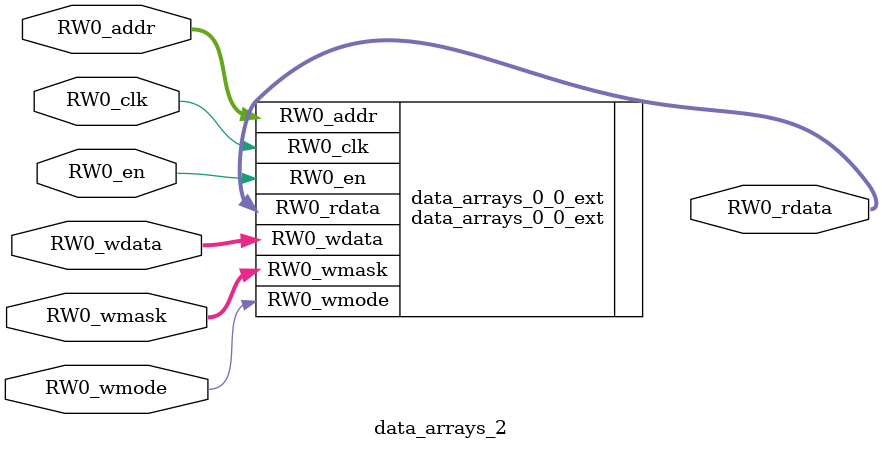
<source format=sv>
`ifndef RANDOMIZE
  `ifdef RANDOMIZE_REG_INIT
    `define RANDOMIZE
  `endif // RANDOMIZE_REG_INIT
`endif // not def RANDOMIZE
`ifndef RANDOMIZE
  `ifdef RANDOMIZE_MEM_INIT
    `define RANDOMIZE
  `endif // RANDOMIZE_MEM_INIT
`endif // not def RANDOMIZE

`ifndef RANDOM
  `define RANDOM $random
`endif // not def RANDOM

// Users can define 'PRINTF_COND' to add an extra gate to prints.
`ifndef PRINTF_COND_
  `ifdef PRINTF_COND
    `define PRINTF_COND_ (`PRINTF_COND)
  `else  // PRINTF_COND
    `define PRINTF_COND_ 1
  `endif // PRINTF_COND
`endif // not def PRINTF_COND_

// Users can define 'ASSERT_VERBOSE_COND' to add an extra gate to assert error printing.
`ifndef ASSERT_VERBOSE_COND_
  `ifdef ASSERT_VERBOSE_COND
    `define ASSERT_VERBOSE_COND_ (`ASSERT_VERBOSE_COND)
  `else  // ASSERT_VERBOSE_COND
    `define ASSERT_VERBOSE_COND_ 1
  `endif // ASSERT_VERBOSE_COND
`endif // not def ASSERT_VERBOSE_COND_

// Users can define 'STOP_COND' to add an extra gate to stop conditions.
`ifndef STOP_COND_
  `ifdef STOP_COND
    `define STOP_COND_ (`STOP_COND)
  `else  // STOP_COND
    `define STOP_COND_ 1
  `endif // STOP_COND
`endif // not def STOP_COND_

// Users can define INIT_RANDOM as general code that gets injected into the
// initializer block for modules with registers.
`ifndef INIT_RANDOM
  `define INIT_RANDOM
`endif // not def INIT_RANDOM

// If using random initialization, you can also define RANDOMIZE_DELAY to
// customize the delay used, otherwise 0.002 is used.
`ifndef RANDOMIZE_DELAY
  `define RANDOMIZE_DELAY 0.002
`endif // not def RANDOMIZE_DELAY

// Define INIT_RANDOM_PROLOG_ for use in our modules below.
`ifndef INIT_RANDOM_PROLOG_
  `ifdef RANDOMIZE
    `ifdef VERILATOR
      `define INIT_RANDOM_PROLOG_ `INIT_RANDOM
    `else  // VERILATOR
      `define INIT_RANDOM_PROLOG_ `INIT_RANDOM #`RANDOMIZE_DELAY begin end
    `endif // VERILATOR
  `else  // RANDOMIZE
    `define INIT_RANDOM_PROLOG_
  `endif // RANDOMIZE
`endif // not def INIT_RANDOM_PROLOG_

module data_arrays_2(	// @[DescribedSRAM.scala:17:26]
  input  [7:0]   RW0_addr,
  input          RW0_en,
                 RW0_clk,
                 RW0_wmode,
  input  [127:0] RW0_wdata,
  input  [3:0]   RW0_wmask,
  output [127:0] RW0_rdata
);

  data_arrays_0_0_ext data_arrays_0_0_ext (	// @[DescribedSRAM.scala:17:26]
    .RW0_addr  (RW0_addr),
    .RW0_en    (RW0_en),
    .RW0_clk   (RW0_clk),
    .RW0_wmode (RW0_wmode),
    .RW0_wdata (RW0_wdata),
    .RW0_wmask (RW0_wmask),
    .RW0_rdata (RW0_rdata)
  );
endmodule


</source>
